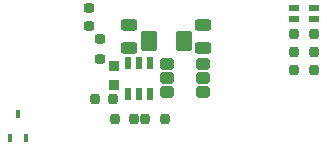
<source format=gbr>
%TF.GenerationSoftware,KiCad,Pcbnew,(6.0.5-0)*%
%TF.CreationDate,2022-06-27T09:39:38+01:00*%
%TF.ProjectId,M125,4d313235-2e6b-4696-9361-645f70636258,1*%
%TF.SameCoordinates,Original*%
%TF.FileFunction,Paste,Bot*%
%TF.FilePolarity,Positive*%
%FSLAX46Y46*%
G04 Gerber Fmt 4.6, Leading zero omitted, Abs format (unit mm)*
G04 Created by KiCad (PCBNEW (6.0.5-0)) date 2022-06-27 09:39:38*
%MOMM*%
%LPD*%
G01*
G04 APERTURE LIST*
G04 Aperture macros list*
%AMRoundRect*
0 Rectangle with rounded corners*
0 $1 Rounding radius*
0 $2 $3 $4 $5 $6 $7 $8 $9 X,Y pos of 4 corners*
0 Add a 4 corners polygon primitive as box body*
4,1,4,$2,$3,$4,$5,$6,$7,$8,$9,$2,$3,0*
0 Add four circle primitives for the rounded corners*
1,1,$1+$1,$2,$3*
1,1,$1+$1,$4,$5*
1,1,$1+$1,$6,$7*
1,1,$1+$1,$8,$9*
0 Add four rect primitives between the rounded corners*
20,1,$1+$1,$2,$3,$4,$5,0*
20,1,$1+$1,$4,$5,$6,$7,0*
20,1,$1+$1,$6,$7,$8,$9,0*
20,1,$1+$1,$8,$9,$2,$3,0*%
G04 Aperture macros list end*
%ADD10RoundRect,0.184000X0.200000X0.272000X-0.200000X0.272000X-0.200000X-0.272000X0.200000X-0.272000X0*%
%ADD11RoundRect,0.184000X-0.200000X-0.272000X0.200000X-0.272000X0.200000X0.272000X-0.200000X0.272000X0*%
%ADD12R,0.576000X1.056000*%
%ADD13RoundRect,0.250000X-0.350000X-0.250000X0.350000X-0.250000X0.350000X0.250000X-0.350000X0.250000X0*%
%ADD14RoundRect,0.220875X-0.463125X-0.619125X0.463125X-0.619125X0.463125X0.619125X-0.463125X0.619125X0*%
%ADD15RoundRect,0.207000X-0.249000X0.225000X-0.249000X-0.225000X0.249000X-0.225000X0.249000X0.225000X0*%
%ADD16RoundRect,0.230000X0.466000X-0.250000X0.466000X0.250000X-0.466000X0.250000X-0.466000X-0.250000X0*%
%ADD17RoundRect,0.184000X-0.272000X0.200000X-0.272000X-0.200000X0.272000X-0.200000X0.272000X0.200000X0*%
%ADD18R,0.816000X0.480000*%
%ADD19RoundRect,0.184000X0.272000X-0.200000X0.272000X0.200000X-0.272000X0.200000X-0.272000X-0.200000X0*%
%ADD20R,0.432000X0.672000*%
G04 APERTURE END LIST*
D10*
%TO.C,R2*%
X111400000Y-44750000D03*
X113050000Y-44750000D03*
%TD*%
%TO.C,C1*%
X96075000Y-47200000D03*
X94525000Y-47200000D03*
%TD*%
D11*
%TO.C,R6*%
X96175000Y-48900000D03*
X97825000Y-48900000D03*
%TD*%
D10*
%TO.C,R5*%
X100425000Y-48900000D03*
X98775000Y-48900000D03*
%TD*%
D12*
%TO.C,U2*%
X99200000Y-44150000D03*
D13*
X103650000Y-45450000D03*
D12*
X99200000Y-46850000D03*
D13*
X103650000Y-44300000D03*
X100650000Y-44300000D03*
X103650000Y-46600000D03*
X100650000Y-45450000D03*
X100650000Y-46600000D03*
D14*
X99047500Y-42330000D03*
D15*
X96150000Y-44475000D03*
X96150000Y-46025000D03*
D12*
X97300000Y-44150000D03*
X98250000Y-44150000D03*
D16*
X97400000Y-42900000D03*
D12*
X98250000Y-46850000D03*
D16*
X97400000Y-41000000D03*
X103650000Y-41000000D03*
D14*
X102012500Y-42330000D03*
D16*
X103650000Y-42900000D03*
D12*
X97300000Y-46850000D03*
%TD*%
D10*
%TO.C,R1*%
X111400000Y-41750000D03*
X113050000Y-41750000D03*
%TD*%
%TO.C,R3*%
X111400000Y-43250000D03*
X113050000Y-43250000D03*
%TD*%
D17*
%TO.C,R4*%
X94900000Y-42175000D03*
X94900000Y-43825000D03*
%TD*%
D18*
%TO.C,D1*%
X111350000Y-40500000D03*
X113100000Y-40500000D03*
X113100000Y-39500000D03*
X111350000Y-39500000D03*
%TD*%
D19*
%TO.C,C2*%
X93990000Y-41055000D03*
X93990000Y-39505000D03*
%TD*%
D20*
%TO.C,Q1*%
X88650000Y-50500000D03*
X87350000Y-50500000D03*
X88000000Y-48500000D03*
%TD*%
M02*

</source>
